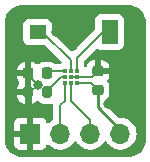
<source format=gtl>
G04 #@! TF.GenerationSoftware,KiCad,Pcbnew,8.0.8*
G04 #@! TF.CreationDate,2025-01-29T14:53:02+01:00*
G04 #@! TF.ProjectId,TS4231-BOB,54533432-3331-42d4-924f-422e6b696361,rev?*
G04 #@! TF.SameCoordinates,Original*
G04 #@! TF.FileFunction,Copper,L1,Top*
G04 #@! TF.FilePolarity,Positive*
%FSLAX46Y46*%
G04 Gerber Fmt 4.6, Leading zero omitted, Abs format (unit mm)*
G04 Created by KiCad (PCBNEW 8.0.8) date 2025-01-29 14:53:02*
%MOMM*%
%LPD*%
G01*
G04 APERTURE LIST*
G04 Aperture macros list*
%AMRoundRect*
0 Rectangle with rounded corners*
0 $1 Rounding radius*
0 $2 $3 $4 $5 $6 $7 $8 $9 X,Y pos of 4 corners*
0 Add a 4 corners polygon primitive as box body*
4,1,4,$2,$3,$4,$5,$6,$7,$8,$9,$2,$3,0*
0 Add four circle primitives for the rounded corners*
1,1,$1+$1,$2,$3*
1,1,$1+$1,$4,$5*
1,1,$1+$1,$6,$7*
1,1,$1+$1,$8,$9*
0 Add four rect primitives between the rounded corners*
20,1,$1+$1,$2,$3,$4,$5,0*
20,1,$1+$1,$4,$5,$6,$7,0*
20,1,$1+$1,$6,$7,$8,$9,0*
20,1,$1+$1,$8,$9,$2,$3,0*%
G04 Aperture macros list end*
G04 #@! TA.AperFunction,SMDPad,CuDef*
%ADD10RoundRect,0.225000X0.250000X-0.225000X0.250000X0.225000X-0.250000X0.225000X-0.250000X-0.225000X0*%
G04 #@! TD*
G04 #@! TA.AperFunction,SMDPad,CuDef*
%ADD11R,1.400000X2.000000*%
G04 #@! TD*
G04 #@! TA.AperFunction,SMDPad,CuDef*
%ADD12R,1.400000X1.200000*%
G04 #@! TD*
G04 #@! TA.AperFunction,ComponentPad*
%ADD13R,1.700000X1.700000*%
G04 #@! TD*
G04 #@! TA.AperFunction,ComponentPad*
%ADD14O,1.700000X1.700000*%
G04 #@! TD*
G04 #@! TA.AperFunction,SMDPad,CuDef*
%ADD15RoundRect,0.200000X-0.200000X-0.275000X0.200000X-0.275000X0.200000X0.275000X-0.200000X0.275000X0*%
G04 #@! TD*
G04 #@! TA.AperFunction,SMDPad,CuDef*
%ADD16RoundRect,0.225000X0.225000X0.250000X-0.225000X0.250000X-0.225000X-0.250000X0.225000X-0.250000X0*%
G04 #@! TD*
G04 #@! TA.AperFunction,SMDPad,CuDef*
%ADD17C,0.400000*%
G04 #@! TD*
G04 #@! TA.AperFunction,ViaPad*
%ADD18C,0.800000*%
G04 #@! TD*
G04 #@! TA.AperFunction,Conductor*
%ADD19C,0.200000*%
G04 #@! TD*
G04 #@! TA.AperFunction,Conductor*
%ADD20C,0.250000*%
G04 #@! TD*
G04 APERTURE END LIST*
D10*
X134900000Y-51175000D03*
X134900000Y-49625000D03*
D11*
X135900000Y-46300000D03*
D12*
X129800000Y-46300000D03*
D13*
X129200000Y-54900000D03*
D14*
X131740000Y-54900000D03*
X134280000Y-54900000D03*
X136820000Y-54900000D03*
D15*
X128975000Y-51400000D03*
X130625000Y-51400000D03*
D16*
X130575000Y-49800000D03*
X129025000Y-49800000D03*
D17*
X132100000Y-49600000D03*
X132600000Y-49600000D03*
X133100000Y-49600000D03*
X132100000Y-50100000D03*
X132600000Y-50100000D03*
X133100000Y-50100000D03*
X132100000Y-50600000D03*
X132600000Y-50600000D03*
X133100000Y-50600000D03*
D18*
X128400000Y-47500000D03*
X130600000Y-52900000D03*
X135800000Y-52400000D03*
X131400000Y-46300000D03*
X137800000Y-47700000D03*
X134000000Y-45200000D03*
X136199989Y-49600011D03*
X132800000Y-47500000D03*
X129833069Y-50750919D03*
X138000000Y-51300000D03*
D19*
X134425000Y-50100000D02*
X134900000Y-49625000D01*
D20*
X136199978Y-49600000D02*
X136199989Y-49600011D01*
X134780000Y-49600000D02*
X136199978Y-49600000D01*
D19*
X129183988Y-51400000D02*
X129833069Y-50750919D01*
X132600000Y-50100000D02*
X133100000Y-50100000D01*
X128975000Y-51400000D02*
X129183988Y-51400000D01*
D20*
X128975000Y-51400000D02*
X129200000Y-51625000D01*
D19*
X133100000Y-50100000D02*
X134425000Y-50100000D01*
X129025000Y-49942850D02*
X129025000Y-49800000D01*
D20*
X129200000Y-51625000D02*
X129200000Y-54900000D01*
D19*
X129833069Y-50750919D02*
X129025000Y-49942850D01*
D20*
X134900000Y-51175000D02*
X134900000Y-52680000D01*
X134900000Y-52680000D02*
X136820000Y-54600000D01*
D19*
X134325000Y-50600000D02*
X134900000Y-51175000D01*
X133100000Y-50600000D02*
X134325000Y-50600000D01*
X130585000Y-49600000D02*
X130500000Y-49515000D01*
X132100000Y-49600000D02*
X130775000Y-49600000D01*
X130775000Y-49600000D02*
X130575000Y-49800000D01*
X133100000Y-48500000D02*
X135300000Y-46300000D01*
X133100000Y-49600000D02*
X133100000Y-48500000D01*
X135300000Y-46300000D02*
X135900000Y-46300000D01*
X132600000Y-49600000D02*
X132600000Y-48700000D01*
X130200000Y-46300000D02*
X129800000Y-46300000D01*
X132600000Y-48700000D02*
X130200000Y-46300000D01*
X132600000Y-50600000D02*
X132600000Y-50900000D01*
X132600000Y-50900000D02*
X132600000Y-52100000D01*
X134280000Y-53780000D02*
X134280000Y-54600000D01*
X132600000Y-52100000D02*
X134280000Y-53780000D01*
X131740000Y-52500000D02*
X131740000Y-54900000D01*
X132100000Y-50600000D02*
X132100000Y-52140000D01*
X132100000Y-52140000D02*
X131740000Y-52500000D01*
X131817158Y-50100000D02*
X130625000Y-51292158D01*
X130625000Y-51292158D02*
X130625000Y-51400000D01*
X132100000Y-50100000D02*
X131817158Y-50100000D01*
G04 #@! TA.AperFunction,Conductor*
G36*
X137504487Y-44025821D02*
G01*
X137556328Y-44029528D01*
X137700859Y-44039865D01*
X137718647Y-44042423D01*
X137906607Y-44083312D01*
X137923850Y-44088374D01*
X138104090Y-44155600D01*
X138120439Y-44163067D01*
X138289267Y-44255254D01*
X138304391Y-44264974D01*
X138458380Y-44380248D01*
X138471966Y-44392021D01*
X138607978Y-44528033D01*
X138619751Y-44541619D01*
X138735025Y-44695608D01*
X138744745Y-44710732D01*
X138836932Y-44879560D01*
X138844400Y-44895912D01*
X138911624Y-45076146D01*
X138916688Y-45093395D01*
X138957575Y-45281347D01*
X138960134Y-45299142D01*
X138974179Y-45495511D01*
X138974500Y-45504500D01*
X138974500Y-55395499D01*
X138974179Y-55404488D01*
X138960134Y-55600857D01*
X138957575Y-55618652D01*
X138916688Y-55806604D01*
X138911624Y-55823853D01*
X138844400Y-56004087D01*
X138836932Y-56020439D01*
X138744745Y-56189267D01*
X138735025Y-56204391D01*
X138619751Y-56358380D01*
X138607978Y-56371966D01*
X138471966Y-56507978D01*
X138458380Y-56519751D01*
X138304391Y-56635025D01*
X138289267Y-56644745D01*
X138120439Y-56736932D01*
X138104087Y-56744400D01*
X137923853Y-56811624D01*
X137906604Y-56816688D01*
X137718652Y-56857575D01*
X137700857Y-56860134D01*
X137504488Y-56874179D01*
X137495499Y-56874500D01*
X128504501Y-56874500D01*
X128495512Y-56874179D01*
X128299142Y-56860134D01*
X128281347Y-56857575D01*
X128093395Y-56816688D01*
X128076146Y-56811624D01*
X127895912Y-56744400D01*
X127879560Y-56736932D01*
X127710732Y-56644745D01*
X127695608Y-56635025D01*
X127541619Y-56519751D01*
X127528033Y-56507978D01*
X127392021Y-56371966D01*
X127380248Y-56358380D01*
X127264974Y-56204391D01*
X127255254Y-56189267D01*
X127163067Y-56020439D01*
X127155599Y-56004087D01*
X127152569Y-55995964D01*
X127088374Y-55823850D01*
X127083311Y-55806604D01*
X127042424Y-55618652D01*
X127039865Y-55600856D01*
X127036141Y-55548791D01*
X127025821Y-55404487D01*
X127025500Y-55395499D01*
X127025500Y-54001402D01*
X127842000Y-54001402D01*
X127842000Y-54646000D01*
X128769297Y-54646000D01*
X128734075Y-54707007D01*
X128700000Y-54834174D01*
X128700000Y-54965826D01*
X128734075Y-55092993D01*
X128769297Y-55154000D01*
X127842000Y-55154000D01*
X127842000Y-55798597D01*
X127848505Y-55859093D01*
X127899555Y-55995964D01*
X127899555Y-55995965D01*
X127987095Y-56112904D01*
X128104034Y-56200444D01*
X128240906Y-56251494D01*
X128301402Y-56257999D01*
X128301415Y-56258000D01*
X128946000Y-56258000D01*
X128946000Y-55330702D01*
X129007007Y-55365925D01*
X129134174Y-55400000D01*
X129265826Y-55400000D01*
X129392993Y-55365925D01*
X129454000Y-55330702D01*
X129454000Y-56258000D01*
X130098585Y-56258000D01*
X130098597Y-56257999D01*
X130159093Y-56251494D01*
X130295964Y-56200444D01*
X130295965Y-56200444D01*
X130412904Y-56112904D01*
X130500444Y-55995965D01*
X130544618Y-55877530D01*
X130587165Y-55820694D01*
X130653685Y-55795883D01*
X130723059Y-55810974D01*
X130755372Y-55836222D01*
X130776427Y-55859093D01*
X130816762Y-55902908D01*
X130857312Y-55934469D01*
X130994424Y-56041189D01*
X131192426Y-56148342D01*
X131192427Y-56148342D01*
X131192428Y-56148343D01*
X131304227Y-56186723D01*
X131405365Y-56221444D01*
X131627431Y-56258500D01*
X131627435Y-56258500D01*
X131852565Y-56258500D01*
X131852569Y-56258500D01*
X132074635Y-56221444D01*
X132287574Y-56148342D01*
X132485576Y-56041189D01*
X132663240Y-55902906D01*
X132815722Y-55737268D01*
X132904518Y-55601354D01*
X132958520Y-55555268D01*
X133028868Y-55545692D01*
X133093225Y-55575669D01*
X133115480Y-55601353D01*
X133148607Y-55652058D01*
X133204275Y-55737265D01*
X133204279Y-55737270D01*
X133356762Y-55902908D01*
X133397312Y-55934469D01*
X133534424Y-56041189D01*
X133732426Y-56148342D01*
X133732427Y-56148342D01*
X133732428Y-56148343D01*
X133844227Y-56186723D01*
X133945365Y-56221444D01*
X134167431Y-56258500D01*
X134167435Y-56258500D01*
X134392565Y-56258500D01*
X134392569Y-56258500D01*
X134614635Y-56221444D01*
X134827574Y-56148342D01*
X135025576Y-56041189D01*
X135203240Y-55902906D01*
X135355722Y-55737268D01*
X135444518Y-55601354D01*
X135498520Y-55555268D01*
X135568868Y-55545692D01*
X135633225Y-55575669D01*
X135655480Y-55601353D01*
X135688607Y-55652058D01*
X135744275Y-55737265D01*
X135744279Y-55737270D01*
X135896762Y-55902908D01*
X135937312Y-55934469D01*
X136074424Y-56041189D01*
X136272426Y-56148342D01*
X136272427Y-56148342D01*
X136272428Y-56148343D01*
X136384227Y-56186723D01*
X136485365Y-56221444D01*
X136707431Y-56258500D01*
X136707435Y-56258500D01*
X136932565Y-56258500D01*
X136932569Y-56258500D01*
X137154635Y-56221444D01*
X137367574Y-56148342D01*
X137565576Y-56041189D01*
X137743240Y-55902906D01*
X137895722Y-55737268D01*
X138018860Y-55548791D01*
X138109296Y-55342616D01*
X138164564Y-55124368D01*
X138183156Y-54900000D01*
X138164564Y-54675632D01*
X138109296Y-54457384D01*
X138018860Y-54251209D01*
X138012140Y-54240924D01*
X137895724Y-54062734D01*
X137895720Y-54062729D01*
X137743237Y-53897091D01*
X137623679Y-53804035D01*
X137565576Y-53758811D01*
X137367574Y-53651658D01*
X137367572Y-53651657D01*
X137367571Y-53651656D01*
X137154639Y-53578557D01*
X137154630Y-53578555D01*
X137110476Y-53571187D01*
X136932569Y-53541500D01*
X136709594Y-53541500D01*
X136641473Y-53521498D01*
X136620499Y-53504595D01*
X135570405Y-52454501D01*
X135536379Y-52392189D01*
X135533500Y-52365406D01*
X135533500Y-52095584D01*
X135553502Y-52027463D01*
X135593352Y-51988344D01*
X135608040Y-51979285D01*
X135729285Y-51858040D01*
X135819302Y-51712101D01*
X135873236Y-51549336D01*
X135876035Y-51521936D01*
X135883500Y-51448880D01*
X135883500Y-50901119D01*
X135873236Y-50800666D01*
X135873236Y-50800664D01*
X135819302Y-50637899D01*
X135729285Y-50491960D01*
X135726070Y-50488745D01*
X135692043Y-50426438D01*
X135697104Y-50355622D01*
X135726072Y-50310546D01*
X135728890Y-50307727D01*
X135818847Y-50161884D01*
X135872742Y-49999241D01*
X135872744Y-49999229D01*
X135882999Y-49898852D01*
X135883000Y-49898852D01*
X135883000Y-49879000D01*
X135026000Y-49879000D01*
X134957879Y-49858998D01*
X134911386Y-49805342D01*
X134900000Y-49753000D01*
X134900000Y-49625000D01*
X134772000Y-49625000D01*
X134703879Y-49604998D01*
X134657386Y-49551342D01*
X134646000Y-49499000D01*
X134646000Y-49371000D01*
X135154000Y-49371000D01*
X135883000Y-49371000D01*
X135883000Y-49351147D01*
X135872744Y-49250770D01*
X135872742Y-49250758D01*
X135818847Y-49088115D01*
X135728890Y-48942271D01*
X135728885Y-48942265D01*
X135607734Y-48821114D01*
X135607728Y-48821109D01*
X135461884Y-48731152D01*
X135299241Y-48677257D01*
X135299229Y-48677255D01*
X135198852Y-48667000D01*
X135154000Y-48667000D01*
X135154000Y-49371000D01*
X134646000Y-49371000D01*
X134646000Y-48667000D01*
X134601147Y-48667000D01*
X134500770Y-48677255D01*
X134500758Y-48677257D01*
X134338115Y-48731152D01*
X134192271Y-48821109D01*
X134192265Y-48821114D01*
X134071114Y-48942265D01*
X134071109Y-48942271D01*
X133981152Y-49088115D01*
X133954104Y-49169742D01*
X133913690Y-49228114D01*
X133848134Y-49255369D01*
X133778249Y-49242856D01*
X133726223Y-49194546D01*
X133708500Y-49130109D01*
X133708500Y-48804238D01*
X133728502Y-48736117D01*
X133745400Y-48715147D01*
X134736976Y-47723571D01*
X134799286Y-47689548D01*
X134870101Y-47694612D01*
X134901578Y-47711800D01*
X134953501Y-47750668D01*
X134953796Y-47750889D01*
X135012875Y-47772924D01*
X135090795Y-47801988D01*
X135090803Y-47801990D01*
X135151350Y-47808499D01*
X135151355Y-47808499D01*
X135151362Y-47808500D01*
X135151368Y-47808500D01*
X136648632Y-47808500D01*
X136648638Y-47808500D01*
X136648645Y-47808499D01*
X136648649Y-47808499D01*
X136709196Y-47801990D01*
X136709199Y-47801989D01*
X136709201Y-47801989D01*
X136846204Y-47750889D01*
X136963261Y-47663261D01*
X137050889Y-47546204D01*
X137101989Y-47409201D01*
X137102065Y-47408500D01*
X137108499Y-47348649D01*
X137108500Y-47348632D01*
X137108500Y-45251367D01*
X137108499Y-45251350D01*
X137101990Y-45190803D01*
X137101988Y-45190795D01*
X137050889Y-45053797D01*
X137050887Y-45053792D01*
X136963261Y-44936738D01*
X136846207Y-44849112D01*
X136846202Y-44849110D01*
X136709204Y-44798011D01*
X136709196Y-44798009D01*
X136648649Y-44791500D01*
X136648638Y-44791500D01*
X135151362Y-44791500D01*
X135151350Y-44791500D01*
X135090803Y-44798009D01*
X135090795Y-44798011D01*
X134953797Y-44849110D01*
X134953792Y-44849112D01*
X134836738Y-44936738D01*
X134749112Y-45053792D01*
X134749110Y-45053797D01*
X134698011Y-45190795D01*
X134698009Y-45190803D01*
X134691500Y-45251350D01*
X134691500Y-45995761D01*
X134671498Y-46063882D01*
X134654595Y-46084856D01*
X132839095Y-47900356D01*
X132776783Y-47934382D01*
X132705968Y-47929317D01*
X132660905Y-47900356D01*
X131045405Y-46284856D01*
X131011379Y-46222544D01*
X131008500Y-46195761D01*
X131008500Y-45651367D01*
X131008499Y-45651350D01*
X131001990Y-45590803D01*
X131001988Y-45590795D01*
X130950889Y-45453797D01*
X130950887Y-45453792D01*
X130863261Y-45336738D01*
X130746207Y-45249112D01*
X130746202Y-45249110D01*
X130609204Y-45198011D01*
X130609196Y-45198009D01*
X130548649Y-45191500D01*
X130548638Y-45191500D01*
X129051362Y-45191500D01*
X129051350Y-45191500D01*
X128990803Y-45198009D01*
X128990795Y-45198011D01*
X128853797Y-45249110D01*
X128853792Y-45249112D01*
X128736738Y-45336738D01*
X128649112Y-45453792D01*
X128649110Y-45453797D01*
X128598011Y-45590795D01*
X128598009Y-45590803D01*
X128591500Y-45651350D01*
X128591500Y-46948649D01*
X128598009Y-47009196D01*
X128598011Y-47009204D01*
X128649110Y-47146202D01*
X128649112Y-47146207D01*
X128736738Y-47263261D01*
X128853792Y-47350887D01*
X128853794Y-47350888D01*
X128853796Y-47350889D01*
X128912875Y-47372924D01*
X128990795Y-47401988D01*
X128990803Y-47401990D01*
X129051350Y-47408499D01*
X129051355Y-47408499D01*
X129051362Y-47408500D01*
X130395761Y-47408500D01*
X130463882Y-47428502D01*
X130484856Y-47445405D01*
X131807946Y-48768495D01*
X131841972Y-48830807D01*
X131836907Y-48901622D01*
X131794360Y-48958458D01*
X131777408Y-48969156D01*
X131774439Y-48970715D01*
X131762336Y-48977067D01*
X131703780Y-48991500D01*
X131327471Y-48991500D01*
X131261324Y-48972741D01*
X131258041Y-48970716D01*
X131258040Y-48970715D01*
X131112101Y-48880698D01*
X130949336Y-48826764D01*
X130949333Y-48826763D01*
X130848880Y-48816500D01*
X130848872Y-48816500D01*
X130301128Y-48816500D01*
X130301120Y-48816500D01*
X130200666Y-48826763D01*
X130037899Y-48880698D01*
X129891959Y-48970715D01*
X129891953Y-48970720D01*
X129888742Y-48973932D01*
X129826430Y-49007958D01*
X129755615Y-49002893D01*
X129710552Y-48973932D01*
X129707734Y-48971114D01*
X129707728Y-48971109D01*
X129561884Y-48881152D01*
X129399241Y-48827257D01*
X129399229Y-48827255D01*
X129298852Y-48817000D01*
X129279000Y-48817000D01*
X129279000Y-50812809D01*
X129258998Y-50880930D01*
X129242095Y-50901904D01*
X129229000Y-50914999D01*
X129229000Y-52382999D01*
X129232222Y-52382999D01*
X129303553Y-52376518D01*
X129467706Y-52325366D01*
X129614840Y-52236421D01*
X129614850Y-52236413D01*
X129710551Y-52140713D01*
X129772863Y-52106687D01*
X129843678Y-52111752D01*
X129888741Y-52140713D01*
X129984839Y-52236811D01*
X129984844Y-52236815D01*
X129984845Y-52236816D01*
X130132087Y-52325827D01*
X130296351Y-52377013D01*
X130367735Y-52383500D01*
X130882264Y-52383499D01*
X130953649Y-52377013D01*
X130968016Y-52372535D01*
X131039002Y-52371366D01*
X131099352Y-52408761D01*
X131129905Y-52472847D01*
X131131500Y-52492831D01*
X131131500Y-53609549D01*
X131111498Y-53677670D01*
X131065470Y-53720362D01*
X130994430Y-53758807D01*
X130994424Y-53758811D01*
X130816759Y-53897094D01*
X130755374Y-53963775D01*
X130694521Y-54000346D01*
X130623557Y-53998211D01*
X130565012Y-53958049D01*
X130544618Y-53922470D01*
X130500443Y-53804033D01*
X130412904Y-53687095D01*
X130295965Y-53599555D01*
X130159093Y-53548505D01*
X130098597Y-53542000D01*
X129454000Y-53542000D01*
X129454000Y-54469297D01*
X129392993Y-54434075D01*
X129265826Y-54400000D01*
X129134174Y-54400000D01*
X129007007Y-54434075D01*
X128946000Y-54469297D01*
X128946000Y-53542000D01*
X128301402Y-53542000D01*
X128240906Y-53548505D01*
X128104035Y-53599555D01*
X128104034Y-53599555D01*
X127987095Y-53687095D01*
X127899555Y-53804034D01*
X127899555Y-53804035D01*
X127848505Y-53940906D01*
X127842000Y-54001402D01*
X127025500Y-54001402D01*
X127025500Y-51732221D01*
X128067001Y-51732221D01*
X128073481Y-51803553D01*
X128124633Y-51967706D01*
X128213578Y-52114840D01*
X128213586Y-52114850D01*
X128335149Y-52236413D01*
X128335159Y-52236421D01*
X128482293Y-52325366D01*
X128646446Y-52376518D01*
X128717781Y-52382999D01*
X128720999Y-52382999D01*
X128721000Y-52382998D01*
X128721000Y-51654000D01*
X128067001Y-51654000D01*
X128067001Y-51732221D01*
X127025500Y-51732221D01*
X127025500Y-50098852D01*
X128067000Y-50098852D01*
X128077255Y-50199229D01*
X128077257Y-50199241D01*
X128131152Y-50361884D01*
X128221109Y-50507728D01*
X128225662Y-50513486D01*
X128223363Y-50515303D01*
X128250989Y-50565895D01*
X128245924Y-50636710D01*
X128216963Y-50681773D01*
X128213586Y-50685149D01*
X128213578Y-50685159D01*
X128124633Y-50832293D01*
X128073481Y-50996446D01*
X128073481Y-50996447D01*
X128067000Y-51067777D01*
X128067000Y-51146000D01*
X128721000Y-51146000D01*
X128721000Y-50387191D01*
X128741002Y-50319070D01*
X128757905Y-50298096D01*
X128771000Y-50285001D01*
X128771000Y-50054000D01*
X128067000Y-50054000D01*
X128067000Y-50098852D01*
X127025500Y-50098852D01*
X127025500Y-49501147D01*
X128067000Y-49501147D01*
X128067000Y-49546000D01*
X128771000Y-49546000D01*
X128771000Y-48817000D01*
X128751147Y-48817000D01*
X128650770Y-48827255D01*
X128650758Y-48827257D01*
X128488115Y-48881152D01*
X128342271Y-48971109D01*
X128342265Y-48971114D01*
X128221114Y-49092265D01*
X128221109Y-49092271D01*
X128131152Y-49238115D01*
X128077257Y-49400758D01*
X128077255Y-49400770D01*
X128067000Y-49501147D01*
X127025500Y-49501147D01*
X127025500Y-45504500D01*
X127025821Y-45495512D01*
X127028804Y-45453797D01*
X127039865Y-45299138D01*
X127042422Y-45281354D01*
X127083312Y-45093388D01*
X127088372Y-45076153D01*
X127155602Y-44895904D01*
X127163063Y-44879568D01*
X127255257Y-44710727D01*
X127264970Y-44695613D01*
X127380254Y-44541611D01*
X127392014Y-44528040D01*
X127528040Y-44392014D01*
X127541611Y-44380254D01*
X127695613Y-44264970D01*
X127710727Y-44255257D01*
X127879568Y-44163063D01*
X127895904Y-44155602D01*
X128076153Y-44088372D01*
X128093388Y-44083312D01*
X128281354Y-44042422D01*
X128299138Y-44039865D01*
X128452732Y-44028880D01*
X128495513Y-44025821D01*
X128504501Y-44025500D01*
X128508285Y-44025500D01*
X137491715Y-44025500D01*
X137495499Y-44025500D01*
X137504487Y-44025821D01*
G37*
G04 #@! TD.AperFunction*
M02*

</source>
